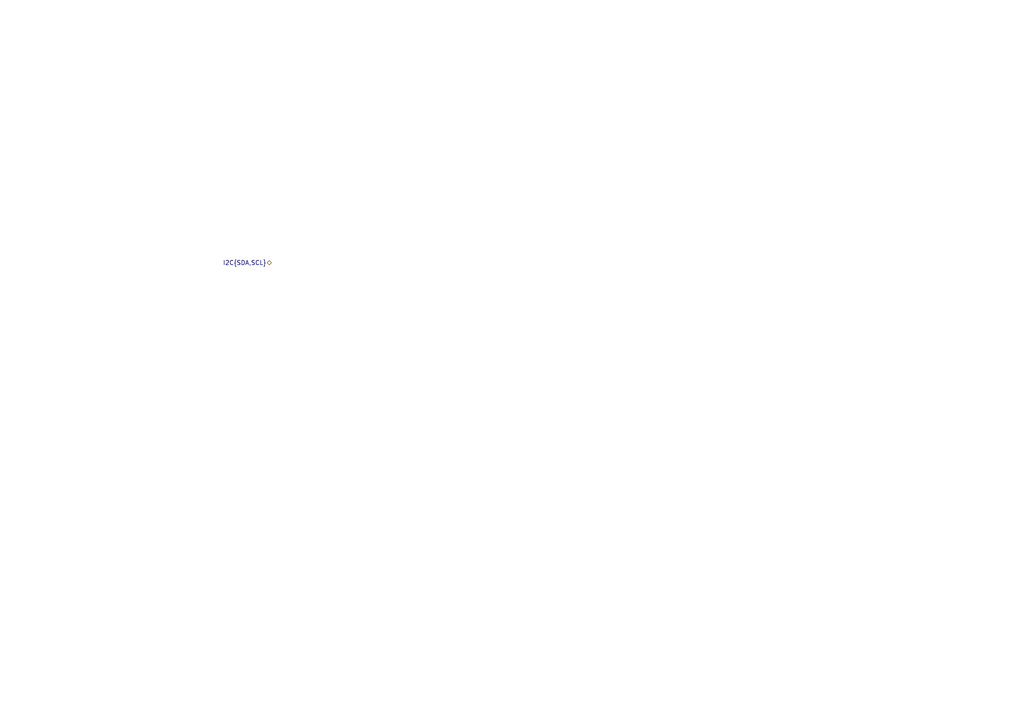
<source format=kicad_sch>
(kicad_sch
	(version 20231120)
	(generator "eeschema")
	(generator_version "8.0")
	(uuid "89ba4feb-d8a4-43b1-b9da-bba57597087c")
	(paper "A4")
	(title_block
		(title "Blackstone Flight Computer - Overview")
		(date "2024-08-02")
		(rev "Rev A")
		(company "UC Aerospace")
		(comment 1 "Project: Blackstone")
	)
	(lib_symbols)
	(hierarchical_label "I2C{SDA,SCL}"
		(shape bidirectional)
		(at 78.74 76.2 180)
		(fields_autoplaced yes)
		(effects
			(font
				(size 1.27 1.27)
			)
			(justify right)
		)
		(uuid "66aa2d43-368e-49c4-810e-27fda0ac29e6")
	)
)

</source>
